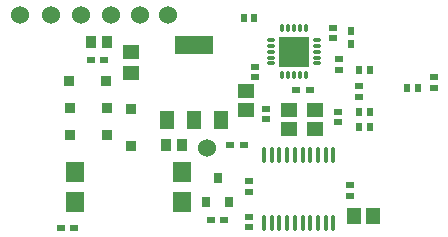
<source format=gtp>
%FSLAX25Y25*%
%MOIN*%
G70*
G01*
G75*
%ADD10R,0.02953X0.02362*%
%ADD11R,0.05512X0.04528*%
%ADD12O,0.01575X0.05315*%
%ADD13R,0.09842X0.09842*%
%ADD14O,0.01181X0.02874*%
%ADD15O,0.02874X0.01181*%
%ADD16R,0.12992X0.06299*%
%ADD17R,0.04724X0.06299*%
%ADD18C,0.06000*%
%ADD19R,0.02362X0.02953*%
%ADD20R,0.03150X0.03543*%
%ADD21R,0.02520X0.02362*%
%ADD22R,0.02362X0.02520*%
%ADD23R,0.05984X0.07008*%
%ADD24R,0.03543X0.03740*%
%ADD25R,0.03740X0.03543*%
%ADD26R,0.03543X0.03937*%
%ADD27R,0.05118X0.05512*%
%ADD28R,0.05512X0.05118*%
%ADD29R,0.05315X0.04528*%
D10*
X360736Y242500D02*
D03*
X365264D02*
D03*
X292236Y252500D02*
D03*
X296764D02*
D03*
X336764Y199000D02*
D03*
X332236D02*
D03*
X282236Y196500D02*
D03*
X286764D02*
D03*
X338736Y224000D02*
D03*
X343264D02*
D03*
D11*
X366831Y235650D02*
D03*
Y229350D02*
D03*
X358169Y235650D02*
D03*
Y229350D02*
D03*
D12*
X373016Y220819D02*
D03*
X370457D02*
D03*
X367898D02*
D03*
X365339D02*
D03*
X362779D02*
D03*
X360221D02*
D03*
X357661D02*
D03*
X355102D02*
D03*
X352543D02*
D03*
X349984D02*
D03*
X373016Y198181D02*
D03*
X370457D02*
D03*
X367898D02*
D03*
X365339D02*
D03*
X362779D02*
D03*
X360221D02*
D03*
X357661D02*
D03*
X355102D02*
D03*
X352543D02*
D03*
X349984D02*
D03*
D13*
X359937Y255236D02*
D03*
D14*
X356000Y262972D02*
D03*
X357968D02*
D03*
X359937D02*
D03*
X361906D02*
D03*
X363874D02*
D03*
Y247500D02*
D03*
X361906D02*
D03*
X359937D02*
D03*
X357968D02*
D03*
X356000D02*
D03*
D15*
X367673Y259173D02*
D03*
Y257205D02*
D03*
Y255236D02*
D03*
Y253268D02*
D03*
Y251299D02*
D03*
X352201D02*
D03*
Y253268D02*
D03*
Y255236D02*
D03*
Y257205D02*
D03*
Y259173D02*
D03*
D16*
X326500Y257598D02*
D03*
D17*
X335555Y232402D02*
D03*
X326500D02*
D03*
X317445D02*
D03*
D18*
X331000Y223000D02*
D03*
X268500Y267500D02*
D03*
X289000D02*
D03*
X279000D02*
D03*
X299000D02*
D03*
X308500D02*
D03*
X318000D02*
D03*
D19*
X379000Y262264D02*
D03*
Y257736D02*
D03*
D20*
X334500Y212937D02*
D03*
X338240Y205063D02*
D03*
X330760D02*
D03*
D21*
X381500Y243732D02*
D03*
Y240268D02*
D03*
X375000Y249268D02*
D03*
Y252732D02*
D03*
X350500Y236232D02*
D03*
Y232768D02*
D03*
X374500Y231768D02*
D03*
Y235232D02*
D03*
X378500Y210732D02*
D03*
Y207268D02*
D03*
X345000Y211965D02*
D03*
Y208500D02*
D03*
Y196768D02*
D03*
Y200232D02*
D03*
X406500Y246732D02*
D03*
Y243268D02*
D03*
X347000Y246768D02*
D03*
Y250232D02*
D03*
X373000Y259768D02*
D03*
Y263232D02*
D03*
D22*
X381768Y249000D02*
D03*
X385232D02*
D03*
X397768Y243000D02*
D03*
X401232D02*
D03*
X385232Y230000D02*
D03*
X381768D02*
D03*
X385232Y235000D02*
D03*
X381768D02*
D03*
X346732Y266500D02*
D03*
X343268D02*
D03*
D23*
X322500Y205000D02*
D03*
Y215000D02*
D03*
X287067Y205000D02*
D03*
Y215000D02*
D03*
D24*
X285299Y236500D02*
D03*
X297701D02*
D03*
X285299Y227500D02*
D03*
X297701D02*
D03*
X297201Y245500D02*
D03*
X284799D02*
D03*
D25*
X305500Y236201D02*
D03*
Y223799D02*
D03*
D26*
X317342Y224000D02*
D03*
X322657D02*
D03*
X297657Y258500D02*
D03*
X292342D02*
D03*
D27*
X386150Y200500D02*
D03*
X379850D02*
D03*
D28*
X344000Y235850D02*
D03*
Y242150D02*
D03*
D29*
X305500Y254945D02*
D03*
Y248055D02*
D03*
M02*

</source>
